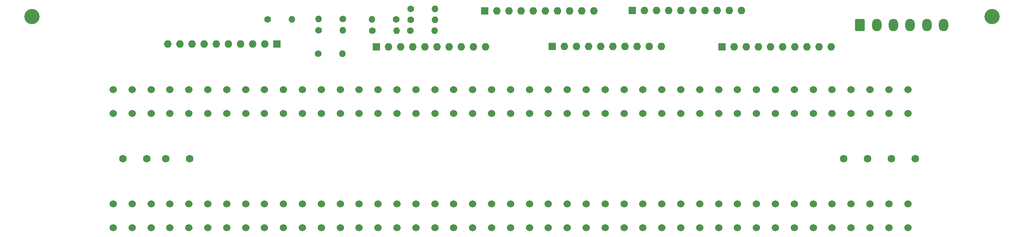
<source format=gbr>
%TF.GenerationSoftware,KiCad,Pcbnew,9.0.7*%
%TF.CreationDate,2026-01-22T21:05:49+01:00*%
%TF.ProjectId,CGS Backplane,43475320-4261-4636-9b70-6c616e652e6b,rev?*%
%TF.SameCoordinates,Original*%
%TF.FileFunction,Soldermask,Bot*%
%TF.FilePolarity,Negative*%
%FSLAX46Y46*%
G04 Gerber Fmt 4.6, Leading zero omitted, Abs format (unit mm)*
G04 Created by KiCad (PCBNEW 9.0.7) date 2026-01-22 21:05:49*
%MOMM*%
%LPD*%
G01*
G04 APERTURE LIST*
G04 Aperture macros list*
%AMRoundRect*
0 Rectangle with rounded corners*
0 $1 Rounding radius*
0 $2 $3 $4 $5 $6 $7 $8 $9 X,Y pos of 4 corners*
0 Add a 4 corners polygon primitive as box body*
4,1,4,$2,$3,$4,$5,$6,$7,$8,$9,$2,$3,0*
0 Add four circle primitives for the rounded corners*
1,1,$1+$1,$2,$3*
1,1,$1+$1,$4,$5*
1,1,$1+$1,$6,$7*
1,1,$1+$1,$8,$9*
0 Add four rect primitives between the rounded corners*
20,1,$1+$1,$2,$3,$4,$5,0*
20,1,$1+$1,$4,$5,$6,$7,0*
20,1,$1+$1,$6,$7,$8,$9,0*
20,1,$1+$1,$8,$9,$2,$3,0*%
G04 Aperture macros list end*
%ADD10C,1.524000*%
%ADD11C,1.600000*%
%ADD12C,1.400000*%
%ADD13O,1.400000X1.400000*%
%ADD14R,1.600000X1.600000*%
%ADD15O,1.600000X1.600000*%
%ADD16C,3.200000*%
%ADD17RoundRect,0.250000X-0.750000X-1.050000X0.750000X-1.050000X0.750000X1.050000X-0.750000X1.050000X0*%
%ADD18O,2.000000X2.600000*%
G04 APERTURE END LIST*
D10*
%TO.C,J1*%
X45500000Y-107500000D03*
X45500000Y-102500000D03*
X49462400Y-107500000D03*
X49462400Y-102500000D03*
X53424800Y-107500000D03*
X53424800Y-102500000D03*
X57387200Y-107500000D03*
X57387200Y-102500000D03*
X61349600Y-107500000D03*
X61349600Y-102500000D03*
X65312000Y-107500000D03*
X65312000Y-102500000D03*
X69274400Y-107500000D03*
X69274400Y-102500000D03*
X73236800Y-107500000D03*
X73236800Y-102500000D03*
X77199200Y-107500000D03*
X77199200Y-102500000D03*
X81161600Y-107500000D03*
X81161600Y-102500000D03*
X85124000Y-107500000D03*
X85124000Y-102500000D03*
X89086400Y-107500000D03*
X89086400Y-102500000D03*
X93048800Y-107500000D03*
X93048800Y-102500000D03*
X97011200Y-107500000D03*
X97011200Y-102500000D03*
X100973600Y-107500000D03*
X100973600Y-102500000D03*
X104936000Y-107500000D03*
X104936000Y-102500000D03*
X108898400Y-107500000D03*
X108898400Y-102500000D03*
X112860800Y-107500000D03*
X112860800Y-102500000D03*
X116823200Y-107500000D03*
X116823200Y-102500000D03*
X120785600Y-107500000D03*
X120785600Y-102500000D03*
X124748000Y-107500000D03*
X124748000Y-102500000D03*
X128710400Y-107500000D03*
X128710400Y-102500000D03*
X132672800Y-107500000D03*
X132672800Y-102500000D03*
X136635200Y-107500000D03*
X136635200Y-102500000D03*
X140597600Y-107500000D03*
X140597600Y-102500000D03*
X144560000Y-107500000D03*
X144560000Y-102500000D03*
X148522400Y-107500000D03*
X148522400Y-102500000D03*
X152484800Y-107500000D03*
X152484800Y-102500000D03*
X156447200Y-107500000D03*
X156447200Y-102500000D03*
X160409600Y-107500000D03*
X160409600Y-102500000D03*
X164372000Y-107500000D03*
X164372000Y-102500000D03*
X168334400Y-107500000D03*
X168334400Y-102500000D03*
X172296800Y-107500000D03*
X172296800Y-102500000D03*
X176259200Y-107500000D03*
X176259200Y-102500000D03*
X180221600Y-107500000D03*
X180221600Y-102500000D03*
X184184000Y-107500000D03*
X184184000Y-102500000D03*
X188146400Y-107500000D03*
X188146400Y-102500000D03*
X192108800Y-107500000D03*
X192108800Y-102500000D03*
X196071200Y-107500000D03*
X196071200Y-102500000D03*
X200033600Y-107500000D03*
X200033600Y-102500000D03*
X203996000Y-107500000D03*
X203996000Y-102500000D03*
X207958400Y-107500000D03*
X207958400Y-102500000D03*
X211920800Y-107500000D03*
X211920800Y-102500000D03*
%TD*%
D11*
%TO.C,C4*%
X208500000Y-117000000D03*
X213500000Y-117000000D03*
%TD*%
D12*
%TO.C,R4*%
X104800000Y-87800000D03*
D13*
X99720000Y-87800000D03*
%TD*%
D11*
%TO.C,C1*%
X52500000Y-117000000D03*
X47500000Y-117000000D03*
%TD*%
%TO.C,C2*%
X56500000Y-117000000D03*
X61500000Y-117000000D03*
%TD*%
D12*
%TO.C,R1*%
X88460000Y-95000000D03*
D13*
X93540000Y-95000000D03*
%TD*%
D12*
%TO.C,R2*%
X88520000Y-90100000D03*
D13*
X93600000Y-90100000D03*
%TD*%
D10*
%TO.C,J2*%
X45500000Y-131500000D03*
X45500000Y-126500000D03*
X49462400Y-131500000D03*
X49462400Y-126500000D03*
X53424800Y-131500000D03*
X53424800Y-126500000D03*
X57387200Y-131500000D03*
X57387200Y-126500000D03*
X61349600Y-131500000D03*
X61349600Y-126500000D03*
X65312000Y-131500000D03*
X65312000Y-126500000D03*
X69274400Y-131500000D03*
X69274400Y-126500000D03*
X73236800Y-131500000D03*
X73236800Y-126500000D03*
X77199200Y-131500000D03*
X77199200Y-126500000D03*
X81161600Y-131500000D03*
X81161600Y-126500000D03*
X85124000Y-131500000D03*
X85124000Y-126500000D03*
X89086400Y-131500000D03*
X89086400Y-126500000D03*
X93048800Y-131500000D03*
X93048800Y-126500000D03*
X97011200Y-131500000D03*
X97011200Y-126500000D03*
X100973600Y-131500000D03*
X100973600Y-126500000D03*
X104936000Y-131500000D03*
X104936000Y-126500000D03*
X108898400Y-131500000D03*
X108898400Y-126500000D03*
X112860800Y-131500000D03*
X112860800Y-126500000D03*
X116823200Y-131500000D03*
X116823200Y-126500000D03*
X120785600Y-131500000D03*
X120785600Y-126500000D03*
X124748000Y-131500000D03*
X124748000Y-126500000D03*
X128710400Y-131500000D03*
X128710400Y-126500000D03*
X132672800Y-131500000D03*
X132672800Y-126500000D03*
X136635200Y-131500000D03*
X136635200Y-126500000D03*
X140597600Y-131500000D03*
X140597600Y-126500000D03*
X144560000Y-131500000D03*
X144560000Y-126500000D03*
X148522400Y-131500000D03*
X148522400Y-126500000D03*
X152484800Y-131500000D03*
X152484800Y-126500000D03*
X156447200Y-131500000D03*
X156447200Y-126500000D03*
X160409600Y-131500000D03*
X160409600Y-126500000D03*
X164372000Y-131500000D03*
X164372000Y-126500000D03*
X168334400Y-131500000D03*
X168334400Y-126500000D03*
X172296800Y-131500000D03*
X172296800Y-126500000D03*
X176259200Y-131500000D03*
X176259200Y-126500000D03*
X180221600Y-131500000D03*
X180221600Y-126500000D03*
X184184000Y-131500000D03*
X184184000Y-126500000D03*
X188146400Y-131500000D03*
X188146400Y-126500000D03*
X192108800Y-131500000D03*
X192108800Y-126500000D03*
X196071200Y-131500000D03*
X196071200Y-126500000D03*
X200033600Y-131500000D03*
X200033600Y-126500000D03*
X203996000Y-131500000D03*
X203996000Y-126500000D03*
X207958400Y-131500000D03*
X207958400Y-126500000D03*
X211920800Y-131500000D03*
X211920800Y-126500000D03*
%TD*%
D14*
%TO.C,RN1*%
X100575000Y-93600000D03*
D15*
X103115000Y-93600000D03*
X105655000Y-93600000D03*
X108195000Y-93600000D03*
X110735000Y-93600000D03*
X113275000Y-93600000D03*
X115815000Y-93600000D03*
X118355000Y-93600000D03*
X120895000Y-93600000D03*
X123435000Y-93600000D03*
%TD*%
D12*
%TO.C,R6*%
X107760000Y-90200000D03*
D13*
X112840000Y-90200000D03*
%TD*%
D12*
%TO.C,R8*%
X77860000Y-87800000D03*
D13*
X82940000Y-87800000D03*
%TD*%
D16*
%TO.C,REF\u002A\u002A*%
X28500000Y-87200000D03*
%TD*%
%TO.C,REF\u002A\u002A*%
X229600000Y-87200000D03*
%TD*%
D14*
%TO.C,RN5*%
X154175000Y-85950000D03*
D15*
X156715000Y-85950000D03*
X159255000Y-85950000D03*
X161795000Y-85950000D03*
X164335000Y-85950000D03*
X166875000Y-85950000D03*
X169415000Y-85950000D03*
X171955000Y-85950000D03*
X174495000Y-85950000D03*
X177035000Y-85950000D03*
%TD*%
D17*
%TO.C,J3*%
X201900000Y-89000000D03*
D18*
X205400000Y-89000000D03*
X208900000Y-89000000D03*
X212400000Y-89000000D03*
X215900000Y-89000000D03*
X219400000Y-89000000D03*
%TD*%
D12*
%TO.C,R7*%
X107810000Y-87900000D03*
D13*
X112890000Y-87900000D03*
%TD*%
D14*
%TO.C,RN6*%
X173025000Y-93550000D03*
D15*
X175565000Y-93550000D03*
X178105000Y-93550000D03*
X180645000Y-93550000D03*
X183185000Y-93550000D03*
X185725000Y-93550000D03*
X188265000Y-93550000D03*
X190805000Y-93550000D03*
X193345000Y-93550000D03*
X195885000Y-93550000D03*
%TD*%
D12*
%TO.C,R3*%
X93590000Y-87750000D03*
D13*
X88510000Y-87750000D03*
%TD*%
D11*
%TO.C,C3*%
X203500000Y-117000000D03*
X198500000Y-117000000D03*
%TD*%
D14*
%TO.C,RN2*%
X79780000Y-93000000D03*
D15*
X77240000Y-93000000D03*
X74700000Y-93000000D03*
X72160000Y-93000000D03*
X69620000Y-93000000D03*
X67080000Y-93000000D03*
X64540000Y-93000000D03*
X62000000Y-93000000D03*
X59460000Y-93000000D03*
X56920000Y-93000000D03*
%TD*%
D12*
%TO.C,R9*%
X107810000Y-85650000D03*
D13*
X112890000Y-85650000D03*
%TD*%
D14*
%TO.C,RN3*%
X137425000Y-93500000D03*
D15*
X139965000Y-93500000D03*
X142505000Y-93500000D03*
X145045000Y-93500000D03*
X147585000Y-93500000D03*
X150125000Y-93500000D03*
X152665000Y-93500000D03*
X155205000Y-93500000D03*
X157745000Y-93500000D03*
X160285000Y-93500000D03*
%TD*%
D12*
%TO.C,R5*%
X99760000Y-90150000D03*
D13*
X104840000Y-90150000D03*
%TD*%
D14*
%TO.C,RN4*%
X123275000Y-86000000D03*
D15*
X125815000Y-86000000D03*
X128355000Y-86000000D03*
X130895000Y-86000000D03*
X133435000Y-86000000D03*
X135975000Y-86000000D03*
X138515000Y-86000000D03*
X141055000Y-86000000D03*
X143595000Y-86000000D03*
X146135000Y-86000000D03*
%TD*%
M02*

</source>
